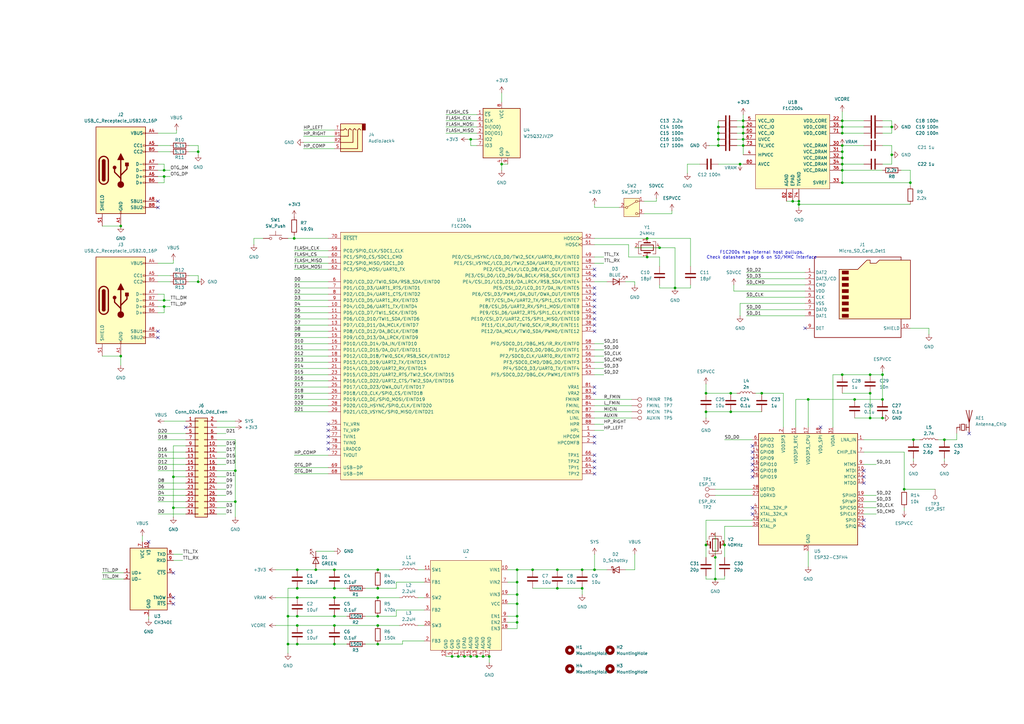
<source format=kicad_sch>
(kicad_sch (version 20231120) (generator "eeschema") (generator_version "8.0")
  (paper "A3")
  (title_block (title "Radianite MicroNeo 2") (date "2024-11-29"))
  (junction (at 81.28 62.23))
  (junction (at 361.95 171.45))
  (junction (at 345.44 62.23))
  (junction (at 212.09 238.76))
  (junction (at 137.16 245.11))
  (junction (at 345.44 59.69))
  (junction (at 327.66 83.82))
  (junction (at 205.74 67.31))
  (junction (at 121.92 241.3))
  (junction (at 137.16 256.54))
  (junction (at 299.72 168.91))
  (junction (at 212.09 255.27))
  (junction (at 303.53 67.31))
  (junction (at 304.8 57.15))
  (junction (at 345.44 74.93))
  (junction (at 212.09 252.73))
  (junction (at 49.53 92.71))
  (junction (at 212.09 247.65))
  (junction (at 190.5 269.24))
  (junction (at 289.56 161.29))
  (junction (at 118.11 264.16))
  (junction (at 185.42 269.24))
  (junction (at 154.94 233.68))
  (junction (at 137.16 233.68))
  (junction (at 289.56 168.91))
  (junction (at 345.44 52.07))
  (junction (at 218.44 233.68))
  (junction (at 228.6 241.3))
  (junction (at 228.6 233.68))
  (junction (at 374.65 180.34))
  (junction (at 312.42 161.29))
  (junction (at 365.76 52.07))
  (junction (at 345.44 153.67))
  (junction (at 121.92 264.16))
  (junction (at 200.66 269.24))
  (junction (at 331.47 163.83))
  (junction (at 195.58 269.24))
  (junction (at 327.66 82.55))
  (junction (at 198.12 269.24))
  (junction (at 345.44 64.77))
  (junction (at 49.53 146.05))
  (junction (at 121.92 233.68))
  (junction (at 356.87 153.67))
  (junction (at 304.8 54.61))
  (junction (at 137.16 252.73))
  (junction (at 350.52 163.83))
  (junction (at 193.04 269.24))
  (junction (at 154.94 252.73))
  (junction (at 297.18 223.52))
  (junction (at 276.86 118.11))
  (junction (at 356.87 161.29))
  (junction (at 345.44 49.53))
  (junction (at 293.37 237.49))
  (junction (at 294.64 52.07))
  (junction (at 121.92 252.73))
  (junction (at 121.92 256.54))
  (junction (at 154.94 264.16))
  (junction (at 212.09 243.84))
  (junction (at 356.87 171.45))
  (junction (at 361.95 163.83))
  (junction (at 373.38 74.93))
  (junction (at 238.76 241.3))
  (junction (at 154.94 241.3))
  (junction (at 71.12 195.58))
  (junction (at 193.04 57.15))
  (junction (at 129.54 233.68))
  (junction (at 265.43 105.41))
  (junction (at 304.8 59.69))
  (junction (at 67.31 69.85))
  (junction (at 154.94 245.11))
  (junction (at 137.16 264.16))
  (junction (at 370.84 200.66))
  (junction (at 121.92 245.11))
  (junction (at 212.09 233.68))
  (junction (at 120.65 97.79))
  (junction (at 270.51 101.6))
  (junction (at 118.11 252.73))
  (junction (at 187.96 269.24))
  (junction (at 67.31 72.39))
  (junction (at 365.76 63.5))
  (junction (at 294.64 59.69))
  (junction (at 96.52 193.04))
  (junction (at 154.94 256.54))
  (junction (at 67.31 125.73))
  (junction (at 345.44 69.85))
  (junction (at 325.12 82.55))
  (junction (at 293.37 228.6))
  (junction (at 96.52 205.74))
  (junction (at 243.84 233.68))
  (junction (at 387.35 180.34))
  (junction (at 81.28 115.57))
  (junction (at 71.12 208.28))
  (junction (at 137.16 241.3))
  (junction (at 299.72 161.29))
  (junction (at 265.43 97.79))
  (junction (at 304.8 49.53))
  (junction (at 304.8 52.07))
  (junction (at 345.44 54.61))
  (junction (at 289.56 223.52))
  (junction (at 345.44 67.31))
  (junction (at 294.64 54.61))
  (junction (at 67.31 123.19))
  (junction (at 294.64 57.15))
  (junction (at 238.76 233.68))
  (junction (at 361.95 153.67))
  (no_connect (at 243.84 110.49))
  (no_connect (at 243.84 133.35))
  (no_connect (at 354.33 195.58))
  (no_connect (at 71.12 234.95))
  (no_connect (at 308.61 182.88))
  (no_connect (at 336.55 175.26))
  (no_connect (at 308.61 187.96))
  (no_connect (at 397.51 177.8))
  (no_connect (at 71.12 247.65))
  (no_connect (at 243.84 194.31))
  (no_connect (at 354.33 215.9))
  (no_connect (at 243.84 135.89))
  (no_connect (at 243.84 161.29))
  (no_connect (at 60.96 222.25))
  (no_connect (at 243.84 128.27))
  (no_connect (at 243.84 130.81))
  (no_connect (at 134.62 181.61))
  (no_connect (at 243.84 186.69))
  (no_connect (at 308.61 195.58))
  (no_connect (at 134.62 184.15))
  (no_connect (at 354.33 198.12))
  (no_connect (at 354.33 213.36))
  (no_connect (at 243.84 158.75))
  (no_connect (at 243.84 191.77))
  (no_connect (at 76.2 175.26))
  (no_connect (at 243.84 125.73))
  (no_connect (at 71.12 245.11))
  (no_connect (at 243.84 181.61))
  (no_connect (at 308.61 185.42))
  (no_connect (at 243.84 120.65))
  (no_connect (at 308.61 210.82))
  (no_connect (at 308.61 193.04))
  (no_connect (at 134.62 179.07))
  (no_connect (at 308.61 190.5))
  (no_connect (at 64.77 135.89))
  (no_connect (at 243.84 179.07))
  (no_connect (at 354.33 193.04))
  (no_connect (at 64.77 82.55))
  (no_connect (at 64.77 138.43))
  (no_connect (at 243.84 113.03))
  (no_connect (at 243.84 123.19))
  (no_connect (at 134.62 173.99))
  (no_connect (at 243.84 118.11))
  (no_connect (at 308.61 208.28))
  (no_connect (at 243.84 189.23))
  (no_connect (at 64.77 85.09))
  (no_connect (at 134.62 176.53))
  (no_connect (at 330.2 134.62))
  (wire (pts (xy 373.38 134.62) (xy 381 134.62)))
  (wire (pts (xy 149.86 241.3) (xy 154.94 241.3)))
  (wire (pts (xy 120.65 148.59) (xy 134.62 148.59)))
  (wire (pts (xy 41.91 234.95) (xy 50.8 234.95)))
  (wire (pts (xy 121.92 252.73) (xy 137.16 252.73)))
  (wire (pts (xy 81.28 113.03) (xy 81.28 115.57)))
  (wire (pts (xy 327.66 83.82) (xy 373.38 83.82)))
  (wire (pts (xy 243.84 227.33) (xy 243.84 233.68)))
  (wire (pts (xy 104.14 97.79) (xy 107.95 97.79)))
  (wire (pts (xy 297.18 237.49) (xy 293.37 237.49)))
  (wire (pts (xy 289.56 213.36) (xy 308.61 213.36)))
  (wire (pts (xy 191.77 57.15) (xy 193.04 57.15)))
  (wire (pts (xy 96.52 205.74) (xy 96.52 212.09)))
  (wire (pts (xy 118.11 252.73) (xy 118.11 264.16)))
  (wire (pts (xy 302.26 161.29) (xy 299.72 161.29)))
  (wire (pts (xy 345.44 52.07) (xy 354.33 52.07)))
  (wire (pts (xy 64.77 180.34) (xy 76.2 180.34)))
  (wire (pts (xy 71.12 106.68) (xy 71.12 107.95)))
  (wire (pts (xy 212.09 238.76) (xy 212.09 243.84)))
  (wire (pts (xy 71.12 227.33) (xy 74.93 227.33)))
  (wire (pts (xy 302.26 49.53) (xy 304.8 49.53)))
  (wire (pts (xy 243.84 153.67) (xy 247.65 153.67)))
  (wire (pts (xy 88.9 198.12) (xy 92.71 198.12)))
  (wire (pts (xy 260.35 116.84) (xy 260.35 115.57)))
  (wire (pts (xy 302.26 54.61) (xy 304.8 54.61)))
  (wire (pts (xy 345.44 67.31) (xy 354.33 67.31)))
  (wire (pts (xy 321.31 161.29) (xy 312.42 161.29)))
  (wire (pts (xy 341.63 175.26) (xy 341.63 153.67)))
  (wire (pts (xy 154.94 245.11) (xy 163.83 245.11)))
  (wire (pts (xy 212.09 257.81) (xy 212.09 255.27)))
  (wire (pts (xy 374.65 180.34) (xy 377.19 180.34)))
  (wire (pts (xy 120.65 115.57) (xy 134.62 115.57)))
  (wire (pts (xy 264.16 87.63) (xy 275.59 87.63)))
  (wire (pts (xy 243.84 100.33) (xy 257.81 100.33)))
  (wire (pts (xy 154.94 233.68) (xy 163.83 233.68)))
  (wire (pts (xy 208.28 247.65) (xy 212.09 247.65)))
  (wire (pts (xy 64.77 200.66) (xy 76.2 200.66)))
  (wire (pts (xy 120.65 125.73) (xy 134.62 125.73)))
  (wire (pts (xy 218.44 241.3) (xy 228.6 241.3)))
  (wire (pts (xy 173.99 262.89) (xy 165.1 262.89)))
  (wire (pts (xy 345.44 49.53) (xy 354.33 49.53)))
  (wire (pts (xy 129.54 226.06) (xy 137.16 226.06)))
  (wire (pts (xy 64.77 193.04) (xy 76.2 193.04)))
  (wire (pts (xy 200.66 269.24) (xy 200.66 271.78)))
  (wire (pts (xy 243.84 166.37) (xy 259.08 166.37)))
  (wire (pts (xy 88.9 172.72) (xy 96.52 172.72)))
  (wire (pts (xy 120.65 151.13) (xy 134.62 151.13)))
  (wire (pts (xy 171.45 256.54) (xy 173.99 256.54)))
  (wire (pts (xy 365.76 63.5) (xy 365.76 67.31)))
  (wire (pts (xy 293.37 200.66) (xy 308.61 200.66)))
  (wire (pts (xy 195.58 59.69) (xy 193.04 59.69)))
  (wire (pts (xy 120.65 105.41) (xy 134.62 105.41)))
  (wire (pts (xy 303.53 124.46) (xy 303.53 129.54)))
  (wire (pts (xy 198.12 269.24) (xy 200.66 269.24)))
  (wire (pts (xy 64.77 120.65) (xy 67.31 120.65)))
  (wire (pts (xy 243.84 233.68) (xy 248.92 233.68)))
  (wire (pts (xy 243.84 148.59) (xy 247.65 148.59)))
  (wire (pts (xy 137.16 256.54) (xy 154.94 256.54)))
  (wire (pts (xy 341.63 153.67) (xy 345.44 153.67)))
  (wire (pts (xy 137.16 241.3) (xy 142.24 241.3)))
  (wire (pts (xy 64.77 198.12) (xy 76.2 198.12)))
  (wire (pts (xy 67.31 69.85) (xy 69.85 69.85)))
  (wire (pts (xy 243.84 97.79) (xy 265.43 97.79)))
  (wire (pts (xy 354.33 210.82) (xy 359.41 210.82)))
  (wire (pts (xy 289.56 168.91) (xy 289.56 171.45)))
  (wire (pts (xy 121.92 256.54) (xy 137.16 256.54)))
  (wire (pts (xy 121.92 241.3) (xy 118.11 241.3)))
  (wire (pts (xy 306.07 114.3) (xy 330.2 114.3)))
  (wire (pts (xy 60.96 252.73) (xy 60.96 254)))
  (wire (pts (xy 120.65 97.79) (xy 134.62 97.79)))
  (wire (pts (xy 120.65 102.87) (xy 134.62 102.87)))
  (wire (pts (xy 327.66 82.55) (xy 327.66 83.82)))
  (wire (pts (xy 208.28 252.73) (xy 212.09 252.73)))
  (wire (pts (xy 81.28 59.69) (xy 77.47 59.69)))
  (wire (pts (xy 302.26 57.15) (xy 304.8 57.15)))
  (wire (pts (xy 121.92 264.16) (xy 137.16 264.16)))
  (wire (pts (xy 64.77 187.96) (xy 76.2 187.96)))
  (wire (pts (xy 71.12 195.58) (xy 76.2 195.58)))
  (wire (pts (xy 71.12 107.95) (xy 64.77 107.95)))
  (wire (pts (xy 88.9 208.28) (xy 92.71 208.28)))
  (wire (pts (xy 243.84 115.57) (xy 248.92 115.57)))
  (wire (pts (xy 162.56 241.3) (xy 162.56 238.76)))
  (wire (pts (xy 120.65 118.11) (xy 134.62 118.11)))
  (wire (pts (xy 297.18 236.22) (xy 297.18 237.49)))
  (wire (pts (xy 67.31 67.31) (xy 67.31 69.85)))
  (wire (pts (xy 365.76 49.53) (xy 365.76 52.07)))
  (wire (pts (xy 120.65 156.21) (xy 134.62 156.21)))
  (wire (pts (xy 345.44 74.93) (xy 373.38 74.93)))
  (wire (pts (xy 96.52 193.04) (xy 96.52 205.74)))
  (wire (pts (xy 361.95 153.67) (xy 361.95 152.4)))
  (wire (pts (xy 208.28 233.68) (xy 212.09 233.68)))
  (wire (pts (xy 289.56 223.52) (xy 289.56 228.6)))
  (wire (pts (xy 41.91 146.05) (xy 49.53 146.05)))
  (wire (pts (xy 322.58 82.55) (xy 325.12 82.55)))
  (wire (pts (xy 331.47 163.83) (xy 350.52 163.83)))
  (wire (pts (xy 120.65 158.75) (xy 134.62 158.75)))
  (wire (pts (xy 303.53 67.31) (xy 304.8 67.31)))
  (wire (pts (xy 354.33 208.28) (xy 359.41 208.28)))
  (wire (pts (xy 365.76 63.5) (xy 365.76 59.69)))
  (wire (pts (xy 124.46 55.88) (xy 137.16 55.88)))
  (wire (pts (xy 290.83 59.69) (xy 294.64 59.69)))
  (wire (pts (xy 243.84 163.83) (xy 259.08 163.83)))
  (wire (pts (xy 64.77 177.8) (xy 76.2 177.8)))
  (wire (pts (xy 124.46 58.42) (xy 137.16 58.42)))
  (wire (pts (xy 104.14 97.79) (xy 104.14 100.33)))
  (wire (pts (xy 294.64 54.61) (xy 294.64 57.15)))
  (wire (pts (xy 289.56 223.52) (xy 289.56 213.36)))
  (wire (pts (xy 190.5 269.24) (xy 193.04 269.24)))
  (wire (pts (xy 294.64 49.53) (xy 294.64 52.07)))
  (wire (pts (xy 270.51 101.6) (xy 260.35 101.6)))
  (wire (pts (xy 270.51 105.41) (xy 265.43 105.41)))
  (wire (pts (xy 121.92 264.16) (xy 118.11 264.16)))
  (wire (pts (xy 354.33 180.34) (xy 374.65 180.34)))
  (wire (pts (xy 373.38 69.85) (xy 373.38 74.93)))
  (wire (pts (xy 312.42 161.29) (xy 309.88 161.29)))
  (wire (pts (xy 297.18 180.34) (xy 308.61 180.34)))
  (wire (pts (xy 257.81 105.41) (xy 265.43 105.41)))
  (wire (pts (xy 124.46 53.34) (xy 137.16 53.34)))
  (wire (pts (xy 58.42 219.71) (xy 58.42 222.25)))
  (wire (pts (xy 88.9 175.26) (xy 96.52 175.26)))
  (wire (pts (xy 308.61 215.9) (xy 297.18 215.9)))
  (wire (pts (xy 265.43 97.79) (xy 283.21 97.79)))
  (wire (pts (xy 304.8 49.53) (xy 304.8 52.07)))
  (wire (pts (xy 283.21 116.84) (xy 283.21 118.11)))
  (wire (pts (xy 297.18 223.52) (xy 297.18 228.6)))
  (wire (pts (xy 384.81 180.34) (xy 387.35 180.34)))
  (wire (pts (xy 392.43 177.8) (xy 392.43 180.34)))
  (wire (pts (xy 67.31 172.72) (xy 76.2 172.72)))
  (wire (pts (xy 124.46 60.96) (xy 137.16 60.96)))
  (wire (pts (xy 345.44 54.61) (xy 354.33 54.61)))
  (wire (pts (xy 88.9 205.74) (xy 96.52 205.74)))
  (wire (pts (xy 171.45 245.11) (xy 173.99 245.11)))
  (wire (pts (xy 218.44 233.68) (xy 228.6 233.68)))
  (wire (pts (xy 345.44 153.67) (xy 356.87 153.67)))
  (wire (pts (xy 64.77 67.31) (xy 67.31 67.31)))
  (wire (pts (xy 120.65 161.29) (xy 134.62 161.29)))
  (wire (pts (xy 129.54 233.68) (xy 137.16 233.68)))
  (wire (pts (xy 354.33 190.5) (xy 359.41 190.5)))
  (wire (pts (xy 120.65 163.83) (xy 134.62 163.83)))
  (wire (pts (xy 120.65 138.43) (xy 134.62 138.43)))
  (wire (pts (xy 88.9 203.2) (xy 92.71 203.2)))
  (wire (pts (xy 88.9 187.96) (xy 92.71 187.96)))
  (wire (pts (xy 171.45 233.68) (xy 173.99 233.68)))
  (wire (pts (xy 67.31 128.27) (xy 64.77 128.27)))
  (wire (pts (xy 299.72 168.91) (xy 312.42 168.91)))
  (wire (pts (xy 365.76 67.31) (xy 361.95 67.31)))
  (wire (pts (xy 77.47 113.03) (xy 81.28 113.03)))
  (wire (pts (xy 289.56 168.91) (xy 299.72 168.91)))
  (wire (pts (xy 208.28 243.84) (xy 212.09 243.84)))
  (wire (pts (xy 269.24 82.55) (xy 264.16 82.55)))
  (wire (pts (xy 154.94 241.3) (xy 162.56 241.3)))
  (wire (pts (xy 187.96 269.24) (xy 190.5 269.24)))
  (wire (pts (xy 120.65 133.35) (xy 134.62 133.35)))
  (wire (pts (xy 182.88 49.53) (xy 195.58 49.53)))
  (wire (pts (xy 392.43 180.34) (xy 387.35 180.34)))
  (wire (pts (xy 294.64 52.07) (xy 294.64 54.61)))
  (wire (pts (xy 373.38 74.93) (xy 373.38 76.2)))
  (wire (pts (xy 281.94 67.31) (xy 281.94 71.12)))
  (wire (pts (xy 369.57 69.85) (xy 373.38 69.85)))
  (wire (pts (xy 81.28 62.23) (xy 81.28 63.5)))
  (wire (pts (xy 88.9 200.66) (xy 92.71 200.66)))
  (wire (pts (xy 120.65 194.31) (xy 134.62 194.31)))
  (wire (pts (xy 64.77 69.85) (xy 67.31 69.85)))
  (wire (pts (xy 306.07 111.76) (xy 330.2 111.76)))
  (wire (pts (xy 276.86 101.6) (xy 270.51 101.6)))
  (wire (pts (xy 306.07 121.92) (xy 330.2 121.92)))
  (wire (pts (xy 182.88 54.61) (xy 195.58 54.61)))
  (wire (pts (xy 304.8 46.99) (xy 304.8 49.53)))
  (wire (pts (xy 365.76 52.07) (xy 365.76 54.61)))
  (wire (pts (xy 345.44 64.77) (xy 345.44 67.31)))
  (wire (pts (xy 294.64 67.31) (xy 303.53 67.31)))
  (wire (pts (xy 331.47 163.83) (xy 331.47 175.26)))
  (wire (pts (xy 212.09 247.65) (xy 212.09 243.84)))
  (wire (pts (xy 212.09 252.73) (xy 212.09 247.65)))
  (wire (pts (xy 387.35 187.96) (xy 387.35 189.23)))
  (wire (pts (xy 120.65 123.19) (xy 134.62 123.19)))
  (wire (pts (xy 81.28 62.23) (xy 81.28 59.69)))
  (wire (pts (xy 149.86 252.73) (xy 154.94 252.73)))
  (wire (pts (xy 331.47 226.06) (xy 331.47 232.41)))
  (wire (pts (xy 120.65 140.97) (xy 134.62 140.97)))
  (wire (pts (xy 361.95 52.07) (xy 365.76 52.07)))
  (wire (pts (xy 88.9 193.04) (xy 96.52 193.04)))
  (wire (pts (xy 243.84 143.51) (xy 247.65 143.51)))
  (wire (pts (xy 287.02 67.31) (xy 281.94 67.31)))
  (wire (pts (xy 354.33 203.2) (xy 359.41 203.2)))
  (wire (pts (xy 120.65 191.77) (xy 134.62 191.77)))
  (wire (pts (xy 64.77 205.74) (xy 76.2 205.74)))
  (wire (pts (xy 120.65 146.05) (xy 134.62 146.05)))
  (wire (pts (xy 208.28 238.76) (xy 212.09 238.76)))
  (wire (pts (xy 208.28 255.27) (xy 212.09 255.27)))
  (wire (pts (xy 260.35 233.68) (xy 256.54 233.68)))
  (wire (pts (xy 361.95 153.67) (xy 361.95 163.83)))
  (wire (pts (xy 275.59 86.36) (xy 275.59 87.63)))
  (wire (pts (xy 88.9 190.5) (xy 92.71 190.5)))
  (wire (pts (xy 356.87 153.67) (xy 361.95 153.67)))
  (wire (pts (xy 113.03 256.54) (xy 121.92 256.54)))
  (wire (pts (xy 113.03 245.11) (xy 121.92 245.11)))
  (wire (pts (xy 41.91 237.49) (xy 50.8 237.49)))
  (wire (pts (xy 120.65 153.67) (xy 134.62 153.67)))
  (wire (pts (xy 67.31 72.39) (xy 67.31 74.93)))
  (wire (pts (xy 345.44 45.72) (xy 345.44 49.53)))
  (wire (pts (xy 350.52 171.45) (xy 356.87 171.45)))
  (wire (pts (xy 113.03 233.68) (xy 121.92 233.68)))
  (wire (pts (xy 208.28 257.81) (xy 212.09 257.81)))
  (wire (pts (xy 243.84 105.41) (xy 247.65 105.41)))
  (wire (pts (xy 228.6 241.3) (xy 238.76 241.3)))
  (wire (pts (xy 304.8 52.07) (xy 304.8 54.61)))
  (wire (pts (xy 118.11 241.3) (xy 118.11 252.73)))
  (wire (pts (xy 306.07 127) (xy 330.2 127)))
  (wire (pts (xy 193.04 269.24) (xy 195.58 269.24)))
  (wire (pts (xy 345.44 52.07) (xy 345.44 54.61)))
  (wire (pts (xy 350.52 163.83) (xy 361.95 163.83)))
  (wire (pts (xy 120.65 128.27) (xy 134.62 128.27)))
  (wire (pts (xy 243.84 176.53) (xy 247.65 176.53)))
  (wire (pts (xy 120.65 110.49) (xy 134.62 110.49)))
  (wire (pts (xy 77.47 115.57) (xy 81.28 115.57)))
  (wire (pts (xy 88.9 195.58) (xy 92.71 195.58)))
  (wire (pts (xy 71.12 182.88) (xy 76.2 182.88)))
  (wire (pts (xy 345.44 69.85) (xy 345.44 74.93)))
  (wire (pts (xy 137.16 233.68) (xy 154.94 233.68)))
  (wire (pts (xy 71.12 195.58) (xy 71.12 182.88)))
  (wire (pts (xy 64.77 62.23) (xy 69.85 62.23)))
  (wire (pts (xy 49.53 146.05) (xy 49.53 149.86)))
  (wire (pts (xy 243.84 140.97) (xy 247.65 140.97)))
  (wire (pts (xy 41.91 92.71) (xy 49.53 92.71)))
  (wire (pts (xy 88.9 180.34) (xy 96.52 180.34)))
  (wire (pts (xy 243.84 151.13) (xy 247.65 151.13)))
  (wire (pts (xy 67.31 74.93) (xy 64.77 74.93)))
  (wire (pts (xy 370.84 200.66) (xy 383.54 200.66)))
  (wire (pts (xy 270.51 118.11) (xy 276.86 118.11)))
  (wire (pts (xy 345.44 59.69) (xy 345.44 62.23)))
  (wire (pts (xy 64.77 115.57) (xy 69.85 115.57)))
  (wire (pts (xy 120.65 120.65) (xy 134.62 120.65)))
  (wire (pts (xy 182.88 52.07) (xy 195.58 52.07)))
  (wire (pts (xy 361.95 49.53) (xy 365.76 49.53)))
  (wire (pts (xy 238.76 241.3) (xy 238.76 243.84)))
  (wire (pts (xy 67.31 72.39) (xy 69.85 72.39)))
  (wire (pts (xy 294.64 57.15) (xy 294.64 59.69)))
  (wire (pts (xy 71.12 212.09) (xy 71.12 208.28)))
  (wire (pts (xy 121.92 233.68) (xy 129.54 233.68)))
  (wire (pts (xy 121.92 241.3) (xy 137.16 241.3)))
  (wire (pts (xy 293.37 218.44) (xy 293.37 228.6)))
  (wire (pts (xy 67.31 123.19) (xy 69.85 123.19)))
  (wire (pts (xy 300.99 119.38) (xy 330.2 119.38)))
  (wire (pts (xy 120.65 135.89) (xy 134.62 135.89)))
  (wire (pts (xy 243.84 173.99) (xy 247.65 173.99)))
  (wire (pts (xy 120.65 143.51) (xy 134.62 143.51)))
  (wire (pts (xy 257.81 100.33) (xy 257.81 105.41)))
  (wire (pts (xy 260.35 115.57) (xy 256.54 115.57)))
  (wire (pts (xy 64.77 185.42) (xy 76.2 185.42)))
  (wire (pts (xy 88.9 210.82) (xy 92.71 210.82)))
  (wire (pts (xy 304.8 54.61) (xy 304.8 57.15)))
  (wire (pts (xy 64.77 54.61) (xy 72.39 54.61)))
  (wire (pts (xy 345.44 49.53) (xy 345.44 52.07)))
  (wire (pts (xy 64.77 72.39) (xy 67.31 72.39)))
  (wire (pts (xy 120.65 186.69) (xy 134.62 186.69)))
  (wire (pts (xy 88.9 185.42) (xy 92.71 185.42)))
  (wire (pts (xy 345.44 161.29) (xy 356.87 161.29)))
  (wire (pts (xy 77.47 62.23) (xy 81.28 62.23)))
  (wire (pts (xy 120.65 130.81) (xy 134.62 130.81)))
  (wire (pts (xy 212.09 255.27) (xy 212.09 252.73)))
  (wire (pts (xy 165.1 262.89) (xy 165.1 264.16)))
  (wire (pts (xy 205.74 38.1) (xy 205.74 41.91)))
  (wire (pts (xy 165.1 264.16) (xy 154.94 264.16)))
  (wire (pts (xy 260.35 227.33) (xy 260.35 233.68)))
  (wire (pts (xy 243.84 107.95) (xy 247.65 107.95)))
  (wire (pts (xy 162.56 252.73) (xy 162.56 250.19)))
  (wire (pts (xy 345.44 62.23) (xy 345.44 64.77)))
  (wire (pts (xy 195.58 269.24) (xy 198.12 269.24)))
  (wire (pts (xy 120.65 96.52) (xy 120.65 97.79)))
  (wire (pts (xy 185.42 269.24) (xy 187.96 269.24)))
  (wire (pts (xy 64.77 210.82) (xy 76.2 210.82)))
  (wire (pts (xy 182.88 269.24) (xy 185.42 269.24)))
  (wire (pts (xy 304.8 59.69) (xy 304.8 63.5)))
  (wire (pts (xy 64.77 190.5) (xy 76.2 190.5)))
  (wire (pts (xy 193.04 59.69) (xy 193.04 57.15)))
  (wire (pts (xy 326.39 175.26) (xy 326.39 163.83)))
  (wire (pts (xy 300.99 116.84) (xy 300.99 119.38)))
  (wire (pts (xy 71.12 208.28) (xy 76.2 208.28)))
  (wire (pts (xy 212.09 233.68) (xy 212.09 238.76)))
  (wire (pts (xy 325.12 82.55) (xy 327.66 82.55)))
  (wire (pts (xy 67.31 125.73) (xy 69.85 125.73)))
  (wire (pts (xy 243.84 146.05) (xy 247.65 146.05)))
  (wire (pts (xy 381 134.62) (xy 381 137.16)))
  (wire (pts (xy 299.72 161.29) (xy 289.56 161.29)))
  (wire (pts (xy 297.18 215.9) (xy 297.18 223.52)))
  (wire (pts (xy 96.52 180.34) (xy 96.52 193.04)))
  (wire (pts (xy 365.76 59.69) (xy 361.95 59.69)))
  (wire (pts (xy 205.74 67.31) (xy 208.28 67.31)))
  (wire (pts (xy 88.9 177.8) (xy 92.71 177.8)))
  (wire (pts (xy 304.8 57.15) (xy 304.8 59.69)))
  (wire (pts (xy 193.04 57.15) (xy 195.58 57.15)))
  (wire (pts (xy 238.76 233.68) (xy 243.84 233.68)))
  (wire (pts (xy 327.66 83.82) (xy 327.66 85.09)))
  (wire (pts (xy 64.77 203.2) (xy 76.2 203.2)))
  (wire (pts (xy 120.65 166.37) (xy 134.62 166.37)))
  (wire (pts (xy 72.39 54.61) (xy 72.39 53.34)))
  (wire (pts (xy 154.94 256.54) (xy 163.83 256.54)))
  (wire (pts (xy 67.31 125.73) (xy 67.31 128.27)))
  (wire (pts (xy 356.87 171.45) (xy 361.95 171.45)))
  (wire (pts (xy 182.88 46.99) (xy 195.58 46.99)))
  (wire (pts (xy 64.77 125.73) (xy 67.31 125.73)))
  (wire (pts (xy 149.86 264.16) (xy 154.94 264.16)))
  (wire (pts (xy 120.65 168.91) (xy 134.62 168.91)))
  (wire (pts (xy 137.16 264.16) (xy 142.24 264.16)))
  (wire (pts (xy 71.12 229.87) (xy 74.93 229.87)))
  (wire (pts (xy 205.74 67.31) (xy 205.74 69.85)))
  (wire (pts (xy 283.21 118.11) (xy 276.86 118.11)))
  (wire (pts (xy 212.09 233.68) (xy 218.44 233.68)))
  (wire (pts (xy 345.44 69.85) (xy 361.95 69.85)))
  (wire (pts (xy 118.11 264.16) (xy 118.11 267.97)))
  (wire (pts (xy 370.84 208.28) (xy 370.84 209.55)))
  (wire (pts (xy 64.77 123.19) (xy 67.31 123.19)))
  (wire (pts (xy 64.77 113.03) (xy 69.85 113.03)))
  (wire (pts (xy 162.56 238.76) (xy 173.99 238.76)))
  (wire (pts (xy 64.77 59.69) (xy 69.85 59.69)))
  (wire (pts (xy 137.16 245.11) (xy 154.94 245.11)))
  (wire (pts (xy 306.07 129.54) (xy 330.2 129.54)))
  (wire (pts (xy 118.11 97.79) (xy 120.65 97.79)))
  (wire (pts (xy 71.12 208.28) (xy 71.12 195.58)))
  (wire (pts (xy 306.07 116.84) (xy 330.2 116.84)))
  (wire (pts (xy 345.44 67.31) (xy 345.44 69.85)))
  (wire (pts (xy 121.92 245.11) (xy 137.16 245.11)))
  (wire (pts (xy 321.31 175.26) (xy 321.31 161.29)))
  (wire (pts (xy 137.16 252.73) (xy 142.24 252.73)))
  (wire (pts (xy 289.56 236.22) (xy 289.56 237.49)))
  (wire (pts (xy 370.84 200.66) (xy 370.84 185.42)))
  (wire (pts (xy 243.84 171.45) (xy 259.08 171.45)))
  (wire (pts (xy 289.56 157.48) (xy 289.56 161.29)))
  (wire (pts (xy 374.65 187.96) (xy 374.65 189.23)))
  (wire (pts (xy 303.53 124.46) (xy 330.2 124.46)))
  (wire (pts (xy 293.37 203.2) (xy 308.61 203.2)))
  (wire (pts (xy 154.94 252.73) (xy 162.56 252.73)))
  (wire (pts (xy 365.76 54.61) (xy 361.95 54.61)))
  (wire (pts (xy 302.26 52.07) (xy 304.8 52.07)))
  (wire (pts (xy 243.84 83.82) (xy 243.84 85.09)))
  (wire (pts (xy 269.24 81.28) (xy 269.24 82.55)))
  (wire (pts (xy 88.9 182.88) (xy 92.71 182.88)))
  (wire (pts (xy 162.56 250.19) (xy 173.99 250.19)))
  (wire (pts (xy 356.87 161.29) (xy 356.87 171.45)))
  (wire (pts (xy 302.26 59.69) (xy 304.8 59.69)))
  (wire (pts (xy 270.51 116.84) (xy 270.51 118.11)))
  (wire (pts (xy 270.51 109.22) (xy 270.51 105.41)))
  (wire (pts (xy 293.37 228.6) (xy 293.37 237.49)))
  (wire (pts (xy 276.86 118.11) (xy 276.86 101.6)))
  (wire (pts (xy 243.84 168.91) (xy 259.08 168.91)))
  (wire (pts (xy 228.6 233.68) (xy 238.76 233.68)))
  (wire (pts (xy 120.65 107.95) (xy 134.62 107.95)))
  (wire (pts (xy 243.84 85.09) (xy 254 85.09)))
  (wire (pts (xy 345.44 59.69) (xy 354.33 59.69)))
  (wire (pts (xy 289.56 237.49) (xy 293.37 237.49)))
  (wire (pts (xy 354.33 205.74) (xy 359.41 205.74)))
  (wire (pts (xy 283.21 97.79) (xy 283.21 109.22)))
  (wire (pts (xy 121.92 252.73) (xy 118.11 252.73)))
  (wire (pts (xy 67.31 120.65) (xy 67.31 123.19)))
  (wire (pts (xy 326.39 163.83) (xy 331.47 163.83)))
  (wire (pts (xy 370.84 185.42) (xy 354.33 185.42)))
  (text "F1C200s has internal host pullups.\nCheck datasheet page 6 on SD/MMC interface" (at 312.42 104.648 0) (effects (font (size 1.27 1.27))))
  (label "FLASH_MISO" (at 182.88 54.61 0))
  (label "D13" (at 120.65 148.59 0))
  (label "D10" (at 64.77 193.04 0))
  (label "SD_CMD" (at 306.07 116.84 0))
  (label "D7" (at 120.65 133.35 0))
  (label "HP_RIGHT" (at 247.65 173.99 0))
  (label "HP_LEFT" (at 124.46 53.34 0))
  (label "D18" (at 120.65 161.29 0))
  (label "FLASH_MOSI" (at 120.65 110.49 0))
  (label "SD_D0" (at 306.07 127 0))
  (label "SD_D1" (at 247.65 140.97 0))
  (label "D20" (at 64.77 177.8 0))
  (label "TTL_DP" (at 69.85 125.73 0))
  (label "D19" (at 120.65 163.83 0))
  (label "D7" (at 92.71 200.66 0))
  (label "MICIN" (at 247.65 168.91 0))
  (label "D18" (at 64.77 180.34 0))
  (label "FLASH_CLK" (at 182.88 49.53 0))
  (label "D13" (at 92.71 190.5 0))
  (label "SD_D3" (at 247.65 151.13 0))
  (label "D17" (at 92.71 185.42 0))
  (label "SD_D1" (at 306.07 129.54 0))
  (label "SD_D2" (at 247.65 153.67 0))
  (label "D8" (at 120.65 135.89 0))
  (label "OTG_DP" (at 69.85 72.39 0))
  (label "SD_D1" (at 359.41 190.5 0))
  (label "TTL_RX" (at 74.93 229.87 0))
  (label "HP_RIGHT" (at 124.46 55.88 0))
  (label "D9" (at 92.71 198.12 0))
  (label "D0" (at 120.65 115.57 0))
  (label "HP_COMP" (at 120.65 186.69 0))
  (label "TTL_TX" (at 247.65 105.41 0))
  (label "D21" (at 92.71 177.8 0))
  (label "OTG_DP" (at 120.65 191.77 0))
  (label "D20" (at 120.65 166.37 0))
  (label "HP_LEFT" (at 247.65 176.53 0))
  (label "D15" (at 92.71 187.96 0))
  (label "FLASH_CLK" (at 120.65 102.87 0))
  (label "TTL_RX" (at 247.65 107.95 0))
  (label "D15" (at 120.65 153.67 0))
  (label "D5" (at 92.71 203.2 0))
  (label "FLASH_MISO" (at 120.65 107.95 0))
  (label "FLASH_CS" (at 120.65 105.41 0))
  (label "SD_CLK" (at 247.65 146.05 0))
  (label "SD_CMD" (at 359.41 210.82 0))
  (label "TTL_TX" (at 74.93 227.33 0))
  (label "HP_COMP" (at 124.46 60.96 0))
  (label "SD_CMD" (at 247.65 148.59 0))
  (label "TTL_DM" (at 41.91 237.49 0))
  (label "D4" (at 64.77 203.2 0))
  (label "TTL_DM" (at 69.85 123.19 0))
  (label "D14" (at 64.77 187.96 0))
  (label "FLASH_MOSI" (at 182.88 52.07 0))
  (label "SD_D0" (at 247.65 143.51 0))
  (label "D8" (at 64.77 198.12 0))
  (label "SD_D3" (at 306.07 114.3 0))
  (label "D14" (at 120.65 151.13 0))
  (label "D21" (at 120.65 168.91 0))
  (label "OTG_DM" (at 69.85 69.85 0))
  (label "SD_D0" (at 297.18 180.34 0))
  (label "SD_D2" (at 359.41 203.2 0))
  (label "D6" (at 120.65 130.81 0))
  (label "D5" (at 120.65 128.27 0))
  (label "D12" (at 120.65 146.05 0))
  (label "SD_CLK" (at 306.07 121.92 0))
  (label "D17" (at 120.65 158.75 0))
  (label "R_FMIN" (at 247.65 163.83 0))
  (label "L_FMIN" (at 247.65 166.37 0))
  (label "D19" (at 92.71 182.88 0))
  (label "SD_D2" (at 306.07 111.76 0))
  (label "D12" (at 64.77 190.5 0))
  (label "FLASH_CS" (at 182.88 46.99 0))
  (label "OTG_DM" (at 120.65 194.31 0))
  (label "D4" (at 120.65 125.73 0))
  (label "D2" (at 64.77 205.74 0))
  (label "D10" (at 120.65 140.97 0))
  (label "D11" (at 92.71 195.58 0))
  (label "SD_D3" (at 359.41 205.74 0))
  (label "D9" (at 120.65 138.43 0))
  (label "D6" (at 64.77 200.66 0))
  (label "D1" (at 120.65 118.11 0))
  (label "AUXIN" (at 247.65 171.45 0))
  (label "D16" (at 120.65 156.21 0))
  (label "D3" (at 120.65 123.19 0))
  (label "SD_CLK" (at 359.41 208.28 0))
  (label "D3" (at 92.71 208.28 0))
  (label "D1" (at 92.71 210.82 0))
  (label "D16" (at 64.77 185.42 0))
  (label "D11" (at 120.65 143.51 0))
  (label "D0" (at 64.77 210.82 0))
  (label "D2" (at 120.65 120.65 0))
  (label "TTL_DP" (at 41.91 234.95 0))
  (symbol (lib_id "Connector:USB_C_Receptacle_USB2.0_16P") (at 49.53 123.19 0) (unit 1)
    (property "Reference" "J3" (at 49.53 100.33 0))
    (property "Value" "USB_C_Receptacle_USB2.0_16P" (at 49.53 102.87 0))
    (property "Footprint" "Connector_USB:USB_C_Receptacle_GCT_USB4105-xx-A_16P_TopMnt_Horizontal" (effects (hide yes)))
    (property "Datasheet" "https://www.usb.org/sites/default/files/documents/usb_type-c.zip" (effects (hide yes)))
    (property "Description" "USB 2.0-only 16P Type-C Receptacle connector" (effects (hide yes)))
  )
  (symbol (lib_id "Device:C") (at 350.52 167.64 0) (unit 1)
    (property "Reference" "C26" (at 354.33 166.37 0) (effects (justify left)))
    (property "Value" "0.1u" (at 354.33 168.91 0) (effects (justify left)))
    (property "Footprint" "Capacitor_SMD:C_0402_1005Metric" (effects (hide yes)))
    (property "Description" "Unpolarized capacitor" (effects (hide yes)))
  )
  (symbol (lib_id "Device:R") (at 365.76 69.85 90) (unit 1)
    (property "Reference" "R8" (at 365.76 72.39 90))
    (property "Value" "2.2k" (at 365.76 69.85 90))
    (property "Footprint" "Resistor_SMD:R_0402_1005Metric" (effects (hide yes)))
    (property "Description" "Resistor" (effects (hide yes)))
  )
  (symbol (lib_id "MCU_Espressif:ESP32-C3") (at 331.47 200.66 0) (unit 1)
    (property "Reference" "U5" (at 333.8629 226.06 0) (effects (justify left)))
    (property "Value" "ESP32-C3FH4" (at 333.8629 228.6 0) (effects (justify left)))
    (property "Footprint" "Package_DFN_QFN:QFN-32-1EP_5x5mm_P0.5mm_EP3.7x3.7mm" (effects (hide yes)))
    (property "Datasheet" "https://www.espressif.com/sites/default/files/documentation/esp32-c3_datasheet_en.pdf" (effects (hide yes)))
    (property "Description" "RF Module, ESP32 SoC, RISC-V, WiFi 802.11b/n/g, Bluetooth LE 5, QFN32" (effects (hide yes)))
  )
  (symbol (lib_id "Device:C") (at 121.92 260.35 0) (unit 1)
    (property "Reference" "C3" (at 125.73 259.0799 0) (effects (justify left)))
    (property "Value" "10uF" (at 125.73 261.6199 0) (effects (justify left)))
    (property "Footprint" "Capacitor_SMD:C_0402_1005Metric" (effects (hide yes)))
    (property "Description" "Unpolarized capacitor" (effects (hide yes)))
  )
  (symbol (lib_id "Device:C") (at 297.18 232.41 0) (unit 1)
    (property "Reference" "C30" (at 300.99 231.14 0) (effects (justify left)))
    (property "Value" "20p" (at 300.99 233.68 0) (effects (justify left)))
    (property "Footprint" "Capacitor_SMD:C_0402_1005Metric" (effects (hide yes)))
    (property "Description" "Unpolarized capacitor" (effects (hide yes)))
  )
  (symbol (lib_id "Device:C") (at 298.45 52.07 270) (unit 1)
    (property "Reference" "C14" (at 272.542 52.07 90))
    (property "Value" "100n" (at 277.876 52.07 90))
    (property "Footprint" "Capacitor_SMD:C_0402_1005Metric" (effects (hide yes)))
    (property "Description" "Unpolarized capacitor" (effects (hide yes)))
  )
  (symbol (lib_id "power:GND") (at 81.28 115.57 90) (unit 1)
    (property "Reference" "#PWR036" (effects (hide yes)))
    (property "Value" "GND" (at 85.09 115.5699 90) (effects (justify right)))
    (property "Description" "Power symbol creates a global label with name \"GND\" , ground" (effects (hide yes)))
  )
  (symbol (lib_id "power:GND") (at 290.83 59.69 270) (unit 1)
    (property "Reference" "#PWR019" (effects (hide yes)))
    (property "Value" "GND" (at 287.02 59.6899 90) (effects (justify right)))
    (property "Description" "Power symbol creates a global label with name \"GND\" , ground" (effects (hide yes)))
  )
  (symbol (lib_id "power:+3V3") (at 113.03 233.68 90) (unit 1)
    (property "Reference" "#PWR01" (effects (hide yes)))
    (property "Value" "+3V3" (at 109.22 233.6799 90) (effects (justify left)))
    (property "Description" "Power symbol creates a global label with name \"+3V3\"" (effects (hide yes)))
  )
  (symbol (lib_id "Device:C") (at 356.87 157.48 0) (unit 1)
    (property "Reference" "C29" (at 360.68 156.21 0) (effects (justify left)))
    (property "Value" "10n" (at 360.68 158.75 0) (effects (justify left)))
    (property "Footprint" "Capacitor_SMD:C_0402_1005Metric" (effects (hide yes)))
    (property "Description" "Unpolarized capacitor" (effects (hide yes)))
  )
  (symbol (lib_id "power:VBUS") (at 67.31 172.72 90) (unit 1)
    (property "Reference" "#PWR054" (effects (hide yes)))
    (property "Value" "VBUS" (at 66.04 170.18 90))
    (property "Description" "Power symbol creates a global label with name \"VBUS\"" (effects (hide yes)))
  )
  (symbol (lib_id "power:GND") (at 365.76 63.5 90) (unit 1)
    (property "Reference" "#PWR026" (effects (hide yes)))
    (property "Value" "GND" (at 369.57 63.4999 90) (effects (justify right)))
    (property "Description" "Power symbol creates a global label with name \"GND\" , ground" (effects (hide yes)))
  )
  (symbol (lib_id "power:GND") (at 137.16 226.06 90) (unit 1)
    (property "Reference" "#PWR05" (effects (hide yes)))
    (property "Value" "GND" (at 140.97 226.0599 90) (effects (justify right)))
    (property "Description" "Power symbol creates a global label with name \"GND\" , ground" (effects (hide yes)))
  )
  (symbol (lib_id "power:GND") (at 71.12 212.09 0) (unit 1)
    (property "Reference" "#PWR050" (effects (hide yes)))
    (property "Value" "GND" (at 71.12 217.17 0))
    (property "Description" "Power symbol creates a global label with name \"GND\" , ground" (effects (hide yes)))
  )
  (symbol (lib_id "Device:R") (at 146.05 241.3 90) (unit 1)
    (property "Reference" "R1" (at 145.796 243.84 90))
    (property "Value" "150k" (at 146.05 241.3 90))
    (property "Footprint" "Resistor_SMD:R_0402_1005Metric" (effects (hide yes)))
    (property "Description" "Resistor" (effects (hide yes)))
  )
  (symbol (lib_id "power:+3V3") (at 345.44 45.72 0) (unit 1)
    (property "Reference" "#PWR023" (effects (hide yes)))
    (property "Value" "VCORE" (at 345.44 40.64 0))
    (property "Description" "Power symbol creates a global label with name \"+3V3\"" (effects (hide yes)))
  )
  (symbol (lib_id "Micro-SpecificLibs:EA3036") (at 176.53 229.87 0) (unit 1)
    (property "Reference" "U2" (at 191.135 226.06 0))
    (property "Value" "~" (at 191.135 228.6 0))
    (property "Footprint" "Package_DFN_QFN:WQFN-20-1EP_3x3mm_P0.4mm_EP1.7x1.7mm" (effects (hide yes)))
  )
  (symbol (lib_id "Device:C") (at 387.35 184.15 0) (unit 1)
    (property "Reference" "C33" (at 391.16 182.88 0) (effects (justify left)))
    (property "Value" "2p" (at 391.16 185.42 0) (effects (justify left)))
    (property "Footprint" "Capacitor_SMD:C_0402_1005Metric" (effects (hide yes)))
    (property "Description" "Unpolarized capacitor" (effects (hide yes)))
  )
  (symbol (lib_id "Device:C") (at 289.56 165.1 0) (unit 1)
    (property "Reference" "C25" (at 293.37 163.83 0) (effects (justify left)))
    (property "Value" "10u" (at 293.37 166.37 0) (effects (justify left)))
    (property "Footprint" "Capacitor_SMD:C_0402_1005Metric" (effects (hide yes)))
    (property "Description" "Unpolarized capacitor" (effects (hide yes)))
  )
  (symbol (lib_id "Connector_Audio:AudioJack4") (at 142.24 58.42 180) (unit 1)
    (property "Reference" "J4" (at 151.13 55.245 0) (effects (justify right)))
    (property "Value" "AudioJack4" (at 151.13 57.785 0) (effects (justify right)))
    (property "Footprint" "Connector_Audio:Jack_3.5mm_KoreanHropartsElec_PJ-320D-4A_Horizontal" (effects (hide yes)))
    (property "Description" "Audio Jack, 4 Poles (TRRS)" (effects (hide yes)))
  )
  (symbol (lib_id "power:GND") (at 60.96 254 0) (unit 1)
    (property "Reference" "#PWR011" (effects (hide yes)))
    (property "Value" "GND" (at 60.96 259.08 0))
    (property "Description" "Power symbol creates a global label with name \"GND\" , ground" (effects (hide yes)))
  )
  (symbol (lib_id "power:+3V3") (at 191.77 57.15 90) (unit 1)
    (property "Reference" "#PWR012" (effects (hide yes)))
    (property "Value" "+3V3" (at 187.96 57.1499 90) (effects (justify left)))
    (property "Description" "Power symbol creates a global label with name \"+3V3\"" (effects (hide yes)))
  )
  (symbol (lib_id "power:VBUS") (at 58.42 219.71 0) (unit 1)
    (property "Reference" "#PWR010" (effects (hide yes)))
    (property "Value" "VBUS" (at 58.42 214.63 0))
    (property "Description" "Power symbol creates a global label with name \"VBUS\"" (effects (hide yes)))
  )
  (symbol (lib_id "power:+3V3") (at 303.53 67.31 180) (unit 1)
    (property "Reference" "#PWR020" (effects (hide yes)))
    (property "Value" "VRAM" (at 299.72 68.834 0))
    (property "Description" "Power symbol creates a global label with name \"+3V3\"" (effects (hide yes)))
  )
  (symbol (lib_id "Connector:TestPoint") (at 383.54 200.66 180) (unit 1)
    (property "Reference" "TP3" (at 383.54 206.756 0))
    (property "Value" "ESP_RST" (at 383.54 208.788 0))
    (property "Footprint" "TestPoint:TestPoint_Pad_D1.0mm" (effects (hide yes)))
    (property "Description" "test point" (effects (hide yes)))
  )
  (symbol (lib_id "Connector:TestPoint") (at 259.08 168.91 270) (unit 1)
    (property "Reference" "TP4" (at 274.066 168.91 90))
    (property "Value" "MICIN" (at 267.97 168.91 90))
    (property "Footprint" "TestPoint:TestPoint_Pad_D1.0mm" (effects (hide yes)))
    (property "Description" "test point" (effects (hide yes)))
  )
  (symbol (lib_id "power:+3V3") (at 96.52 175.26 270) (unit 1)
    (property "Reference" "#PWR052" (effects (hide yes)))
    (property "Value" "+3V3" (at 100.33 175.2601 90) (effects (justify left)))
    (property "Description" "Power symbol creates a global label with name \"+3V3\"" (effects (hide yes)))
  )
  (symbol (lib_id "Device:Antenna_Chip") (at 394.97 175.26 0) (unit 1)
    (property "Reference" "AE1" (at 400.05 171.4499 0) (effects (justify left)))
    (property "Value" "Antenna_Chip" (at 400.05 173.9899 0) (effects (justify left)))
    (property "Footprint" "RF_Antenna:Johanson_2450AT18x100" (effects (hide yes)))
    (property "Description" "Ceramic chip antenna with pin for PCB trace" (effects (hide yes)))
  )
  (symbol (lib_id "power:+3V3") (at 205.74 38.1 0) (unit 1)
    (property "Reference" "#PWR013" (effects (hide yes)))
    (property "Value" "+3V3" (at 205.74 33.02 0))
    (property "Description" "Power symbol creates a global label with name \"+3V3\"" (effects (hide yes)))
  )
  (symbol (lib_id "3340_kicad:F1C100s") (at 325.12 60.96 0) (unit 2)
    (property "Reference" "U1" (at 325.12 41.91 0))
    (property "Value" "F1C200s" (at 325.12 44.45 0))
    (property "Footprint" "3340:QFN-88_EP_10x10_Pitch0.4mm" (effects (hide yes)))
  )
  (symbol (lib_id "power:GND") (at 104.14 100.33 0) (unit 1)
    (property "Reference" "#PWR055" (effects (hide yes)))
    (property "Value" "GND" (at 104.14 105.41 0))
    (property "Description" "Power symbol creates a global label with name \"GND\" , ground" (effects (hide yes)))
  )
  (symbol (lib_id "Device:R") (at 73.66 62.23 90) (unit 1)
    (property "Reference" "R11" (at 73.66 64.516 90))
    (property "Value" "5.1k" (at 73.66 62.23 90))
    (property "Footprint" "Resistor_SMD:R_0402_1005Metric" (effects (hide yes)))
    (property "Description" "Resistor" (effects (hide yes)))
  )
  (symbol (lib_id "power:GND") (at 96.52 212.09 0) (unit 1)
    (property "Reference" "#PWR051" (effects (hide yes)))
    (property "Value" "GND" (at 96.52 217.17 0))
    (property "Description" "Power symbol creates a global label with name \"GND\" , ground" (effects (hide yes)))
  )
  (symbol (lib_id "Switch:SW_SPDT") (at 259.08 85.09 0) (unit 1)
    (property "Reference" "SW2" (at 259.08 76.2 0))
    (property "Value" "SW_SPDT" (at 259.08 78.74 0))
    (property "Footprint" "Button_Switch_SMD:SW_SPDT_PCM12" (effects (hide yes)))
    (property "Description" "Switch, single pole double throw" (effects (hide yes)))
  )
  (symbol (lib_id "power:VCC") (at 269.24 81.28 0) (unit 1)
    (property "Reference" "#PWR037" (effects (hide yes)))
    (property "Value" "SDVCC" (at 269.24 76.2 0))
    (property "Description" "Power symbol creates a global label with name \"VCC\"" (effects (hide yes)))
  )
  (symbol (lib_id "Connector:USB_C_Receptacle_USB2.0_16P") (at 49.53 69.85 0) (unit 1)
    (property "Reference" "J2" (at 49.53 46.99 0))
    (property "Value" "USB_C_Receptacle_USB2.0_16P" (at 49.53 49.53 0))
    (property "Footprint" "Connector_USB:USB_C_Receptacle_GCT_USB4105-xx-A_16P_TopMnt_Horizontal" (effects (hide yes)))
    (property "Datasheet" "https://www.usb.org/sites/default/files/documents/usb_type-c.zip" (effects (hide yes)))
    (property "Description" "USB 2.0-only 16P Type-C Receptacle connector" (effects (hide yes)))
  )
  (symbol (lib_id "3340_kicad:F1C100s") (at 187.96 146.05 0) (unit 1)
    (property "Reference" "U1" (at 189.23 90.17 0))
    (property "Value" "F1C200s" (at 189.23 92.71 0))
    (property "Footprint" "3340:QFN-88_EP_10x10_Pitch0.4mm" (effects (hide yes)))
  )
  (symbol (lib_id "Device:L") (at 167.64 256.54 90) (unit 1)
    (property "Reference" "L3" (at 167.64 251.46 90))
    (property "Value" "2.2uH" (at 167.64 254 90))
    (property "Footprint" "Inductor_SMD:L_Changjiang_FNR252010S" (effects (hide yes)))
    (property "Description" "Inductor" (effects (hide yes)))
  )
  (symbol (lib_id "Device:C") (at 218.44 237.49 0) (unit 1)
    (property "Reference" "C7" (at 222.25 236.2199 0) (effects (justify left)))
    (property "Value" "10u" (at 222.25 238.7599 0) (effects (justify left)))
    (property "Footprint" "Capacitor_SMD:C_0402_1005Metric" (effects (hide yes)))
    (property "Description" "Unpolarized capacitor" (effects (hide yes)))
  )
  (symbol (lib_id "Device:C") (at 298.45 49.53 270) (unit 1)
    (property "Reference" "C13" (at 272.542 49.53 90))
    (property "Value" "2.2u" (at 277.876 49.53 90))
    (property "Footprint" "Capacitor_SMD:C_0402_1005Metric" (effects (hide yes)))
    (property "Description" "Unpolarized capacitor" (effects (hide yes)))
  )
  (symbol (lib_id "power:VCC") (at 361.95 152.4 0) (unit 1)
    (property "Reference" "#PWR044" (effects (hide yes)))
    (property "Value" "ESPVCC" (at 361.95 147.32 0))
    (property "Description" "Power symbol creates a global label with name \"VCC\"" (effects (hide yes)))
  )
  (symbol (lib_id "Device:L") (at 306.07 161.29 90) (unit 1)
    (property "Reference" "L4" (at 306.07 156.21 90))
    (property "Value" "2n" (at 306.07 158.75 90))
    (property "Footprint" "Inductor_SMD:L_0402_1005Metric" (effects (hide yes)))
    (property "Description" "Inductor" (effects (hide yes)))
  )
  (symbol (lib_id "power:GND") (at 374.65 189.23 0) (unit 1)
    (property "Reference" "#PWR048" (effects (hide yes)))
    (property "Value" "GND" (at 374.65 194.31 0))
    (property "Description" "Power symbol creates a global label with name \"GND\" , ground" (effects (hide yes)))
  )
  (symbol (lib_id "Device:L") (at 167.64 233.68 90) (unit 1)
    (property "Reference" "L1" (at 167.64 228.6 90))
    (property "Value" "2.2uH" (at 167.64 231.14 90))
    (property "Footprint" "Inductor_SMD:L_Changjiang_FNR252010S" (effects (hide yes)))
    (property "Description" "Inductor" (effects (hide yes)))
  )
  (symbol (lib_id "power:+3V3") (at 113.03 245.11 90) (unit 1)
    (property "Reference" "#PWR02" (effects (hide yes)))
    (property "Value" "VRAM" (at 109.22 245.1099 90) (effects (justify left)))
    (property "Description" "Power symbol creates a global label with name \"+3V3\"" (effects (hide yes)))
  )
  (symbol (lib_id "power:GND") (at 81.28 63.5 0) (unit 1)
    (property "Reference" "#PWR035" (effects (hide yes)))
    (property "Value" "GND" (at 81.28 68.58 0))
    (property "Description" "Power symbol creates a global label with name \"GND\" , ground" (effects (hide yes)))
  )
  (symbol (lib_id "Connector:TestPoint") (at 259.08 171.45 270) (unit 1)
    (property "Reference" "TP5" (at 274.066 171.45 90))
    (property "Value" "AUXIN" (at 267.97 171.45 90))
    (property "Footprint" "TestPoint:TestPoint_Pad_D1.0mm" (effects (hide yes)))
    (property "Description" "test point" (effects (hide yes)))
  )
  (symbol (lib_id "Mechanical:MountingHole") (at 250.19 266.7 0) (unit 1) (exclude_from_sim yes) (in_bom no)
    (property "Reference" "H2" (at 252.73 265.43 0) (effects (justify left)))
    (property "Value" "MountingHole" (at 252.73 267.97 0) (effects (justify left)))
    (property "Footprint" "MountingHole:MountingHole_2.1mm" (effects (hide yes)))
    (property "Description" "Mounting Hole without connection" (effects (hide yes)))
  )
  (symbol (lib_id "Device:C") (at 358.14 52.07 90) (unit 1)
    (property "Reference" "C19" (at 377.444 52.07 90))
    (property "Value" "100n" (at 382.524 52.07 90))
    (property "Footprint" "Capacitor_SMD:C_0402_1005Metric" (effects (hide yes)))
    (property "Description" "Unpolarized capacitor" (effects (hide yes)))
  )
  (symbol (lib_id "Mechanical:MountingHole") (at 250.19 274.32 0) (unit 1) (exclude_from_sim yes) (in_bom no)
    (property "Reference" "H3" (at 252.73 273.05 0) (effects (justify left)))
    (property "Value" "MountingHole" (at 252.73 275.59 0) (effects (justify left)))
    (property "Footprint" "MountingHole:MountingHole_2.1mm" (effects (hide yes)))
    (property "Description" "Mounting Hole without connection" (effects (hide yes)))
  )
  (symbol (lib_id "Switch:SW_Push") (at 113.03 97.79 0) (unit 1)
    (property "Reference" "SW1" (at 113.03 90.17 0))
    (property "Value" "SW_Push" (at 113.03 92.71 0))
    (property "Footprint" "Button_Switch_SMD:SW_Push_1P1T_NO_Vertical_Wuerth_434133025816" (effects (hide yes)))
    (property "Description" "Push button switch, generic, two pins" (effects (hide yes)))
  )
  (symbol (lib_id "Interface_USB:CH340E") (at 60.96 237.49 0) (unit 1)
    (property "Reference" "U3" (at 63.1541 252.73 0) (effects (justify left)))
    (property "Value" "CH340E" (at 63.1541 255.27 0) (effects (justify left)))
    (property "Footprint" "Package_SO:MSOP-10_3x3mm_P0.5mm" (effects (hide yes)))
    (property "Datasheet" "https://www.mpja.com/download/35227cpdata.pdf" (effects (hide yes)))
    (property "Description" "USB serial converter, UART, MSOP-10" (effects (hide yes)))
  )
  (symbol (lib_id "Device:C") (at 358.14 67.31 90) (unit 1)
    (property "Reference" "C22" (at 378.206 67.31 90))
    (property "Value" "1u" (at 382.016 67.31 90))
    (property "Footprint" "Capacitor_SMD:C_0402_1005Metric" (effects (hide yes)))
    (property "Description" "Unpolarized capacitor" (effects (hide yes)))
  )
  (symbol (lib_id "Connector:TestPoint") (at 293.37 200.66 90) (unit 1)
    (property "Reference" "TP1" (at 290.068 196.596 90))
    (property "Value" "ESP_TX" (at 290.068 198.628 90))
    (property "Footprint" "TestPoint:TestPoint_Pad_D1.0mm" (effects (hide yes)))
    (property "Description" "test point" (effects (hide yes)))
  )
  (symbol (lib_id "power:GND") (at 327.66 85.09 0) (unit 1)
    (property "Reference" "#PWR022" (effects (hide yes)))
    (property "Value" "GND" (at 327.66 90.17 0))
    (property "Description" "Power symbol creates a global label with name \"GND\" , ground" (effects (hide yes)))
  )
  (symbol (lib_id "Device:R") (at 146.05 252.73 90) (unit 1)
    (property "Reference" "R2" (at 145.796 255.27 90))
    (property "Value" "150k" (at 146.05 252.73 90))
    (property "Footprint" "Resistor_SMD:R_0402_1005Metric" (effects (hide yes)))
    (property "Description" "Resistor" (effects (hide yes)))
  )
  (symbol (lib_id "Device:D_Schottky") (at 252.73 233.68 0) (unit 1)
    (property "Reference" "D2" (at 252.4125 227.33 0))
    (property "Value" "D_Schottky" (at 252.4125 229.87 0))
    (property "Footprint" "Diode_SMD:D_SOD-123F" (effects (hide yes)))
    (property "Description" "Schottky diode" (effects (hide yes)))
  )
  (symbol (lib_id "Device:C") (at 298.45 54.61 270) (unit 1)
    (property "Reference" "C15" (at 272.542 54.61 90))
    (property "Value" "100n" (at 277.876 54.61 90))
    (property "Footprint" "Capacitor_SMD:C_0402_1005Metric" (effects (hide yes)))
    (property "Description" "Unpolarized capacitor" (effects (hide yes)))
  )
  (symbol (lib_id "Device:R") (at 154.94 248.92 0) (unit 1)
    (property "Reference" "R5" (at 157.48 247.6499 0) (effects (justify left)))
    (property "Value" "470k" (at 157.48 250.1899 0) (effects (justify left)))
    (property "Footprint" "Resistor_SMD:R_0402_1005Metric" (effects (hide yes)))
    (property "Description" "Resistor" (effects (hide yes)))
  )
  (symbol (lib_id "Device:C") (at 361.95 167.64 0) (unit 1)
    (property "Reference" "C27" (at 365.76 166.37 0) (effects (justify left)))
    (property "Value" "0.1u" (at 365.76 168.91 0) (effects (justify left)))
    (property "Footprint" "Capacitor_SMD:C_0402_1005Metric" (effects (hide yes)))
    (property "Description" "Unpolarized capacitor" (effects (hide yes)))
  )
  (symbol (lib_id "power:VCC") (at 243.84 227.33 0) (unit 1)
    (property "Reference" "#PWR08" (effects (hide yes)))
    (property "Value" "SYS" (at 243.84 222.25 0))
    (property "Description" "Power symbol creates a global label with name \"VCC\"" (effects (hide yes)))
  )
  (symbol (lib_id "Device:R") (at 154.94 237.49 0) (unit 1)
    (property "Reference" "R4" (at 157.48 236.2199 0) (effects (justify left)))
    (property "Value" "680k" (at 157.48 238.7599 0) (effects (justify left)))
    (property "Footprint" "Resistor_SMD:R_0402_1005Metric" (effects (hide yes)))
    (property "Description" "Resistor" (effects (hide yes)))
  )
  (symbol (lib_id "Device:C") (at 290.83 67.31 90) (unit 1)
    (property "Reference" "C12" (at 288.036 71.628 90))
    (property "Value" "100n" (at 293.116 71.628 90))
    (property "Footprint" "Capacitor_SMD:C_0402_1005Metric" (effects (hide yes)))
    (property "Description" "Unpolarized capacitor" (effects (hide yes)))
  )
  (symbol (lib_id "power:VCC") (at 300.99 116.84 0) (unit 1)
    (property "Reference" "#PWR039" (effects (hide yes)))
    (property "Value" "SDVCC" (at 300.99 111.76 0))
    (property "Description" "Power symbol creates a global label with name \"VCC\"" (effects (hide yes)))
  )
  (symbol (lib_id "Device:R") (at 154.94 260.35 0) (unit 1)
    (property "Reference" "R6" (at 157.48 259.0799 0) (effects (justify left)))
    (property "Value" "150k" (at 157.48 261.6199 0) (effects (justify left)))
    (property "Footprint" "Resistor_SMD:R_0402_1005Metric" (effects (hide yes)))
    (property "Description" "Resistor" (effects (hide yes)))
  )
  (symbol (lib_id "Device:C") (at 238.76 237.49 0) (unit 1)
    (property "Reference" "C9" (at 242.57 236.2199 0) (effects (justify left)))
    (property "Value" "10u" (at 242.57 238.7599 0) (effects (justify left)))
    (property "Footprint" "Capacitor_SMD:C_0402_1005Metric" (effects (hide yes)))
    (property "Description" "Unpolarized capacitor" (effects (hide yes)))
  )
  (symbol (lib_id "Device:R") (at 373.38 80.01 180) (unit 1)
    (property "Reference" "R9" (at 375.92 78.7399 0) (effects (justify right)))
    (property "Value" "2.2k" (at 375.92 81.2799 0) (effects (justify right)))
    (property "Footprint" "Resistor_SMD:R_0402_1005Metric" (effects (hide yes)))
    (property "Description" "Resistor" (effects (hide yes)))
  )
  (symbol (lib_id "Device:Crystal_GND24") (at 293.37 223.52 0) (unit 1)
    (property "Reference" "Y2" (at 299.72 221.234 0))
    (property "Value" "40MHz" (at 301.498 223.52 0))
    (property "Footprint" "Crystal:Crystal_SMD_2016-4Pin_2.0x1.6mm" (effects (hide yes)))
    (property "Description" "Four pin crystal, GND on pins 2 and 4" (effects (hide yes)))
  )
  (symbol (lib_id "power:GND") (at 205.74 69.85 0) (unit 1)
    (property "Reference" "#PWR014" (effects (hide yes)))
    (property "Value" "GND" (at 205.74 74.93 0))
    (property "Description" "Power symbol creates a global label with name \"GND\" , ground" (effects (hide yes)))
  )
  (symbol (lib_id "power:GND") (at 381 137.16 0) (unit 1)
    (property "Reference" "#PWR030" (effects (hide yes)))
    (property "Value" "GND" (at 381 142.24 0))
    (property "Description" "Power symbol creates a global label with name \"GND\" , ground" (effects (hide yes)))
  )
  (symbol (lib_id "power:GND") (at 260.35 116.84 0) (unit 1)
    (property "Reference" "#PWR016" (effects (hide yes)))
    (property "Value" "GND" (at 260.35 121.92 0))
    (property "Description" "Power symbol creates a global label with name \"GND\" , ground" (effects (hide yes)))
  )
  (symbol (lib_id "power:+3V3") (at 113.03 256.54 90) (unit 1)
    (property "Reference" "#PWR03" (effects (hide yes)))
    (property "Value" "VCORE" (at 109.22 256.5399 90) (effects (justify left)))
    (property "Description" "Power symbol creates a global label with name \"+3V3\"" (effects (hide yes)))
  )
  (symbol (lib_id "Device:R") (at 370.84 204.47 180) (unit 1)
    (property "Reference" "R14" (at 373.38 203.2 0) (effects (justify right)))
    (property "Value" "10k" (at 373.38 205.74 0) (effects (justify right)))
    (property "Footprint" "Resistor_SMD:R_0402_1005Metric" (effects (hide yes)))
    (property "Description" "Resistor" (effects (hide yes)))
  )
  (symbol (lib_id "Device:C") (at 137.16 248.92 0) (unit 1)
    (property "Reference" "C5" (at 140.97 247.6499 0) (effects (justify left)))
    (property "Value" "0.1uF" (at 140.97 250.1899 0) (effects (justify left)))
    (property "Footprint" "Capacitor_SMD:C_0402_1005Metric" (effects (hide yes)))
    (property "Description" "Unpolarized capacitor" (effects (hide yes)))
  )
  (symbol (lib_id "power:VCC") (at 370.84 209.55 180) (unit 1)
    (property "Reference" "#PWR029" (effects (hide yes)))
    (property "Value" "ESPVCC" (at 370.84 214.63 0))
    (property "Description" "Power symbol creates a global label with name \"VCC\"" (effects (hide yes)))
  )
  (symbol (lib_id "power:VBUS") (at 96.52 172.72 270) (unit 1)
    (property "Reference" "#PWR053" (effects (hide yes)))
    (property "Value" "SYS" (at 100.33 172.7201 90) (effects (justify left)))
    (property "Description" "Power symbol creates a global label with name \"VBUS\"" (effects (hide yes)))
  )
  (symbol (lib_id "power:VBUS") (at 71.12 106.68 0) (unit 1)
    (property "Reference" "#PWR033" (effects (hide yes)))
    (property "Value" "VBUS" (at 71.12 101.6 0))
    (property "Description" "Power symbol creates a global label with name \"VBUS\"" (effects (hide yes)))
  )
  (symbol (lib_id "Device:C") (at 283.21 113.03 0) (unit 1)
    (property "Reference" "C11" (at 287.02 111.7599 0) (effects (justify left)))
    (property "Value" "18pF" (at 287.02 114.2999 0) (effects (justify left)))
    (property "Footprint" "Capacitor_SMD:C_0402_1005Metric" (effects (hide yes)))
    (property "Description" "Unpolarized capacitor" (effects (hide yes)))
  )
  (symbol (lib_id "power:VCC") (at 275.59 86.36 0) (unit 1)
    (property "Reference" "#PWR038" (effects (hide yes)))
    (property "Value" "ESPVCC" (at 275.59 81.28 0))
    (property "Description" "Power symbol creates a global label with name \"VCC\"" (effects (hide yes)))
  )
  (symbol (lib_id "Connector:Micro_SD_Card_Det1") (at 353.06 121.92 0) (unit 1)
    (property "Reference" "J1" (at 353.695 100.33 0))
    (property "Value" "Micro_SD_Card_Det1" (at 353.695 102.87 0))
    (property "Footprint" "MicroOnly-Footprints:MicroSD_Plugin" (effects (hide yes)))
    (property "Datasheet" "https://datasheet.lcsc.com/lcsc/2110151630_XKB-Connectivity-XKTF-015-N_C381082.pdf" (effects (hide yes)))
    (property "Description" "Micro SD Card Socket with one card detection pin" (effects (hide yes)))
  )
  (symbol (lib_id "Device:C") (at 270.51 113.03 0) (unit 1)
    (property "Reference" "C10" (at 262.636 111.76 0) (effects (justify left)))
    (property "Value" "18pF" (at 262.636 114.3 0) (effects (justify left)))
    (property "Footprint" "Capacitor_SMD:C_0402_1005Metric" (effects (hide yes)))
    (property "Description" "Unpolarized capacitor" (effects (hide yes)))
  )
  (symbol (lib_id "Device:LED") (at 252.73 115.57 180) (unit 1)
    (property "Reference" "D3" (at 252.222 110.236 0))
    (property "Value" "BLUE" (at 252.222 112.776 0))
    (property "Footprint" "LED_SMD:LED_0603_1608Metric" (effects (hide yes)))
    (property "Description" "Light emitting diode" (effects (hide yes)))
  )
  (symbol (lib_id "Device:C") (at 121.92 237.49 0) (unit 1)
    (property "Reference" "C1" (at 125.73 236.2199 0) (effects (justify left)))
    (property "Value" "10uF" (at 125.73 238.7599 0) (effects (justify left)))
    (property "Footprint" "Capacitor_SMD:C_0402_1005Metric" (effects (hide yes)))
    (property "Description" "Unpolarized capacitor" (effects (hide yes)))
  )
  (symbol (lib_id "Connector:TestPoint") (at 259.08 166.37 270) (unit 1)
    (property "Reference" "TP7" (at 274.066 166.37 90))
    (property "Value" "FMINL" (at 267.97 166.37 90))
    (property "Footprint" "TestPoint:TestPoint_Pad_D1.0mm" (effects (hide yes)))
    (property "Description" "test point" (effects (hide yes)))
  )
  (symbol (lib_id "power:GND") (at 289.56 171.45 0) (unit 1)
    (property "Reference" "#PWR041" (effects (hide yes)))
    (property "Value" "GND" (at 289.56 176.53 0))
    (property "Description" "Power symbol creates a global label with name \"GND\" , ground" (effects (hide yes)))
  )
  (symbol (lib_id "Device:C") (at 299.72 165.1 0) (unit 1)
    (property "Reference" "C24" (at 303.53 163.83 0) (effects (justify left)))
    (property "Value" "0.1u" (at 303.53 166.37 0) (effects (justify left)))
    (property "Footprint" "Capacitor_SMD:C_0402_1005Metric" (effects (hide yes)))
    (property "Description" "Unpolarized capacitor" (effects (hide yes)))
  )
  (symbol (lib_id "Device:R") (at 73.66 59.69 90) (unit 1)
    (property "Reference" "R10" (at 73.66 57.404 90))
    (property "Value" "5.1k" (at 73.66 59.69 90))
    (property "Footprint" "Resistor_SMD:R_0402_1005Metric" (effects (hide yes)))
    (property "Description" "Resistor" (effects (hide yes)))
  )
  (symbol (lib_id "Device:R") (at 120.65 92.71 0) (unit 1)
    (property "Reference" "R7" (at 123.19 91.4399 0) (effects (justify left)))
    (property "Value" "49.9k" (at 123.19 93.9799 0) (effects (justify left)))
    (property "Footprint" "Resistor_SMD:R_0402_1005Metric" (effects (hide yes)))
    (property "Description" "Resistor" (effects (hide yes)))
  )
  (symbol (lib_id "power:GND") (at 281.94 71.12 0) (unit 1)
    (property "Reference" "#PWR018" (effects (hide yes)))
    (property "Value" "GND" (at 281.94 76.2 0))
    (property "Description" "Power symbol creates a global label with name \"GND\" , ground" (effects (hide yes)))
  )
  (symbol (lib_id "Device:LED") (at 129.54 229.87 270) (unit 1)
    (property "Reference" "D1" (at 131.826 228.6 90) (effects (justify left)))
    (property "Value" "GREEN" (at 131.826 231.14 90) (effects (justify left)))
    (property "Footprint" "LED_SMD:LED_0603_1608Metric" (effects (hide yes)))
    (property "Description" "Light emitting diode" (effects (hide yes)))
  )
  (symbol (lib_id "Device:L") (at 167.64 245.11 90) (unit 1)
    (property "Reference" "L2" (at 167.64 240.03 90))
    (property "Value" "2.2uH" (at 167.64 242.57 90))
    (property "Footprint" "Inductor_SMD:L_Changjiang_FNR252010S" (effects (hide yes)))
    (property "Description" "Inductor" (effects (hide yes)))
  )
  (symbol (lib_id "power:GND") (at 276.86 118.11 0) (unit 1)
    (property "Reference" "#PWR017" (effects (hide yes)))
    (property "Value" "GND" (at 276.86 123.19 0))
    (property "Description" "Power symbol creates a global label with name \"GND\" , ground" (effects (hide yes)))
  )
  (symbol (lib_id "power:GND") (at 49.53 92.71 0) (unit 1)
    (property "Reference" "#PWR031" (effects (hide yes)))
    (property "Value" "GND" (at 49.53 97.79 0))
    (property "Description" "Power symbol creates a global label with name \"GND\" , ground" (effects (hide yes)))
  )
  (symbol (lib_id "Device:R") (at 73.66 115.57 90) (unit 1)
    (property "Reference" "R13" (at 73.66 117.856 90))
    (property "Value" "5.1k" (at 73.66 115.57 90))
    (property "Footprint" "Resistor_SMD:R_0402_1005Metric" (effects (hide yes)))
    (property "Description" "Resistor" (effects (hide yes)))
  )
  (symbol (lib_id "Connector:TestPoint") (at 259.08 163.83 270) (unit 1)
    (property "Reference" "TP6" (at 274.066 163.83 90))
    (property "Value" "FMINR" (at 267.97 163.83 90))
    (property "Footprint" "TestPoint:TestPoint_Pad_D1.0mm" (effects (hide yes)))
    (property "Description" "test point" (effects (hide yes)))
  )
  (symbol (lib_id "power:GND") (at 365.76 52.07 90) (unit 1)
    (property "Reference" "#PWR025" (effects (hide yes)))
    (property "Value" "GND" (at 369.57 52.0699 90) (effects (justify right)))
    (property "Description" "Power symbol creates a global label with name \"GND\" , ground" (effects (hide yes)))
  )
  (symbol (lib_id "Device:C") (at 374.65 184.15 0) (unit 1)
    (property "Reference" "C32" (at 378.46 182.88 0) (effects (justify left)))
    (property "Value" "2.6p" (at 378.46 185.42 0) (effects (justify left)))
    (property "Footprint" "Capacitor_SMD:C_0402_1005Metric" (effects (hide yes)))
    (property "Description" "Unpolarized capacitor" (effects (hide yes)))
  )
  (symbol (lib_id "Device:C") (at 137.16 260.35 0) (unit 1)
    (property "Reference" "C6" (at 140.97 259.0799 0) (effects (justify left)))
    (property "Value" "0.1uF" (at 140.97 261.6199 0) (effects (justify left)))
    (property "Footprint" "Capacitor_SMD:C_0402_1005Metric" (effects (hide yes)))
    (property "Description" "Unpolarized capacitor" (effects (hide yes)))
  )
  (symbol (lib_id "power:GND") (at 124.46 58.42 270) (unit 1)
    (property "Reference" "#PWR049" (effects (hide yes)))
    (property "Value" "GND" (at 120.65 58.4199 90) (effects (justify right)))
    (property "Description" "Power symbol creates a global label with name \"GND\" , ground" (effects (hide yes)))
  )
  (symbol (lib_id "power:+3V3") (at 345.44 59.69 0) (unit 1)
    (property "Reference" "#PWR024" (effects (hide yes)))
    (property "Value" "VRAM" (at 349.25 58.166 0))
    (property "Description" "Power symbol creates a global label with name \"+3V3\"" (effects (hide yes)))
  )
  (symbol (lib_id "power:GND") (at 200.66 271.78 0) (unit 1)
    (property "Reference" "#PWR06" (effects (hide yes)))
    (property "Value" "GND" (at 200.66 276.86 0))
    (property "Description" "Power symbol creates a global label with name \"GND\" , ground" (effects (hide yes)))
  )
  (symbol (lib_id "power:GND") (at 118.11 267.97 0) (unit 1)
    (property "Reference" "#PWR04" (effects (hide yes)))
    (property "Value" "GND" (at 118.11 273.05 0))
    (property "Description" "Power symbol creates a global label with name \"GND\" , ground" (effects (hide yes)))
  )
  (symbol (lib_id "power:+3V3") (at 120.65 88.9 0) (unit 1)
    (property "Reference" "#PWR015" (effects (hide yes)))
    (property "Value" "+3V3" (at 120.65 83.82 0))
    (property "Description" "Power symbol creates a global label with name \"+3V3\"" (effects (hide yes)))
  )
  (symbol (lib_id "power:VBUS") (at 72.39 53.34 0) (unit 1)
    (property "Reference" "#PWR034" (effects (hide yes)))
    (property "Value" "VBUS" (at 72.39 48.26 0))
    (property "Description" "Power symbol creates a global label with name \"VBUS\"" (effects (hide yes)))
  )
  (symbol (lib_id "power:GND") (at 293.37 237.49 0) (unit 1)
    (property "Reference" "#PWR045" (effects (hide yes)))
    (property "Value" "GND" (at 293.37 242.57 0))
    (property "Description" "Power symbol creates a global label with name \"GND\" , ground" (effects (hide yes)))
  )
  (symbol (lib_id "power:GND") (at 361.95 171.45 90) (unit 1)
    (property "Reference" "#PWR043" (effects (hide yes)))
    (property "Value" "GND" (at 365.76 171.45 90) (effects (justify right)))
    (property "Description" "Power symbol creates a global label with name \"GND\" , ground" (effects (hide yes)))
  )
  (symbol (lib_id "Device:R") (at 73.66 113.03 90) (unit 1)
    (property "Reference" "R12" (at 73.66 110.744 90))
    (property "Value" "5.1k" (at 73.66 113.03 90))
    (property "Footprint" "Resistor_SMD:R_0402_1005Metric" (effects (hide yes)))
    (property "Description" "Resistor" (effects (hide yes)))
  )
  (symbol (lib_id "Mechanical:MountingHole") (at 233.68 274.32 0) (unit 1) (exclude_from_sim yes) (in_bom no)
    (property "Reference" "H4" (at 236.22 273.05 0) (effects (justify left)))
    (property "Value" "MountingHole" (at 236.22 275.59 0) (effects (justify left)))
    (property "Footprint" "MountingHole:MountingHole_2.1mm" (effects (hide yes)))
    (property "Description" "Mounting Hole without connection" (effects (hide yes)))
  )
  (symbol (lib_id "Device:C") (at 137.16 237.49 0) (unit 1)
    (property "Reference" "C4" (at 140.97 236.2199 0) (effects (justify left)))
    (property "Value" "0.1uF" (at 140.97 238.7599 0) (effects (justify left)))
    (property "Footprint" "Capacitor_SMD:C_0402_1005Metric" (effects (hide yes)))
    (property "Description" "Unpolarized capacitor" (effects (hide yes)))
  )
  (symbol (lib_id "Connector:TestPoint") (at 293.37 203.2 90) (unit 1)
    (property "Reference" "TP2" (at 290.068 208.026 90))
    (property "Value" "ESP_RX" (at 290.068 205.74 90))
    (property "Footprint" "TestPoint:TestPoint_Pad_D1.0mm" (effects (hide yes)))
    (property "Description" "test point" (effects (hide yes)))
  )
  (symbol (lib_id "power:GND") (at 49.53 149.86 0) (unit 1)
    (property "Reference" "#PWR032" (effects (hide yes)))
    (property "Value" "GND" (at 49.53 154.94 0))
    (property "Description" "Power symbol creates a global label with name \"GND\" , ground" (effects (hide yes)))
  )
  (symbol (lib_id "power:GND") (at 238.76 243.84 0) (unit 1)
    (property "Reference" "#PWR07" (effects (hide yes)))
    (property "Value" "GND" (at 238.76 248.92 0))
    (property "Description" "Power symbol creates a global label with name \"GND\" , ground" (effects (hide yes)))
  )
  (symbol (lib_id "power:VBUS") (at 260.35 227.33 0) (unit 1)
    (property "Reference" "#PWR09" (effects (hide yes)))
    (property "Value" "VBUS" (at 260.35 222.25 0))
    (property "Description" "Power symbol creates a global label with name \"VBUS\"" (effects (hide yes)))
  )
  (symbol (lib_id "power:+3V3") (at 304.8 46.99 0) (unit 1)
    (property "Reference" "#PWR021" (effects (hide yes)))
    (property "Value" "+3V3" (at 304.8 41.91 0))
    (property "Description" "Power symbol creates a global label with name \"+3V3\"" (effects (hide yes)))
  )
  (symbol (lib_id "Device:C") (at 228.6 237.49 0) (unit 1)
    (property "Reference" "C8" (at 232.41 236.2199 0) (effects (justify left)))
    (property "Value" "10u" (at 232.41 238.7599 0) (effects (justify left)))
    (property "Footprint" "Capacitor_SMD:C_0402_1005Metric" (effects (hide yes)))
    (property "Description" "Unpolarized capacitor" (effects (hide yes)))
  )
  (symbol (lib_id "Device:C") (at 358.14 54.61 90) (unit 1)
    (property "Reference" "C20" (at 377.444 54.61 90))
    (property "Value" "100n" (at 382.524 54.61 90))
    (property "Footprint" "Capacitor_SMD:C_0402_1005Metric" (effects (hide yes)))
    (property "Description" "Unpolarized capacitor" (effects (hide yes)))
  )
  (symbol (lib_id "power:GND") (at 331.47 232.41 0) (unit 1)
    (property "Reference" "#PWR040" (effects (hide yes)))
    (property "Value" "GND" (at 331.47 237.49 0))
    (property "Description" "Power symbol creates a global label with name \"GND\" , ground" (effects (hide yes)))
  )
  (symbol (lib_id "Connector_Generic:Conn_02x16_Odd_Even") (at 81.28 190.5 0) (unit 1)
    (property "Reference" "J6" (at 82.55 166.37 0))
    (property "Value" "Conn_02x16_Odd_Even" (at 82.55 168.91 0))
    (property "Footprint" "Connector_PinHeader_2.54mm:PinHeader_2x16_P2.54mm_Vertical" (effects (hide yes)))
    (property "Description" "Generic connector, double row, 02x16, odd/even pin numbering scheme (row 1 odd numbers, row 2 even numbers), script generated (kicad-library-utils/schlib/autogen/connector/)" (effects (hide yes)))
  )
  (symbol (lib_id "Device:C") (at 345.44 157.48 0) (unit 1)
    (property "Reference" "C28" (at 349.25 156.21 0) (effects (justify left)))
    (property "Value" "1u" (at 349.25 158.75 0) (effects (justify left)))
    (property "Footprint" "Capacitor_SMD:C_0402_1005Metric" (effects (hide yes)))
    (property "Description" "Unpolarized capacitor" (effects (hide yes)))
  )
  (symbol (lib_id "Device:C") (at 289.56 232.41 0) (unit 1)
    (property "Reference" "C31" (at 282.956 231.14 0) (effects (justify left)))
    (property "Value" "20p" (at 282.956 233.68 0) (effects (justify left)))
    (property "Footprint" "Capacitor_SMD:C_0402_1005Metric" (effects (hide yes)))
    (property "Description" "Unpolarized capacitor" (effects (hide yes)))
  )
  (symbol (lib_id "Memory_Flash:W25Q32JVZP") (at 205.74 54.61 0) (unit 1)
    (property "Reference" "U4" (at 214.63 53.3399 0) (effects (justify left)))
    (property "Value" "W25Q32JVZP" (at 214.63 55.8799 0) (effects (justify left)))
    (property "Footprint" "Package_SON:WSON-8-1EP_6x5mm_P1.27mm_EP3.4x4.3mm" (effects (hide yes)))
    (property "Datasheet" "http://www.winbond.com/resource-files/w25q32jv%20revg%2003272018%20plus.pdf" (effects (hide yes)))
    (property "Description" "32Mb Serial Flash Memory, Standard/Dual/Quad SPI, DFN-8" (effects (hide yes)))
  )
  (symbol (lib_id "Device:R") (at 146.05 264.16 90) (unit 1)
    (property "Reference" "R3" (at 145.796 266.7 90))
    (property "Value" "150k" (at 146.05 264.16 90))
    (property "Footprint" "Resistor_SMD:R_0402_1005Metric" (effects (hide yes)))
    (property "Description" "Resistor" (effects (hide yes)))
  )
  (symbol (lib_id "Device:C") (at 312.42 165.1 0) (unit 1)
    (property "Reference" "C23" (at 316.23 163.83 0) (effects (justify left)))
    (property "Value" "1u" (at 316.23 166.37 0) (effects (justify left)))
    (property "Footprint" "Capacitor_SMD:C_0402_1005Metric" (effects (hide yes)))
    (property "Description" "Unpolarized capacitor" (effects (hide yes)))
  )
  (symbol (lib_id "power:VCC") (at 289.56 157.48 0) (unit 1)
    (property "Reference" "#PWR042" (effects (hide yes)))
    (property "Value" "ESPVCC" (at 289.56 152.4 0))
    (property "Description" "Power symbol creates a global label with name \"VCC\"" (effects (hide yes)))
  )
  (symbol (lib_id "power:GND") (at 387.35 189.23 0) (unit 1)
    (property "Reference" "#PWR047" (effects (hide yes)))
    (property "Value" "GND" (at 387.35 194.31 0))
    (property "Description" "Power symbol creates a global label with name \"GND\" , ground" (effects (hide yes)))
  )
  (symbol (lib_id "Mechanical:MountingHole") (at 233.68 266.7 0) (unit 1) (exclude_from_sim yes) (in_bom no)
    (property "Reference" "H1" (at 236.22 265.43 0) (effects (justify left)))
    (property "Value" "MountingHole" (at 236.22 267.97 0) (effects (justify left)))
    (property "Footprint" "MountingHole:MountingHole_2.1mm" (effects (hide yes)))
    (property "Description" "Mounting Hole without connection" (effects (hide yes)))
  )
  (symbol (lib_id "Device:L") (at 381 180.34 90) (unit 1)
    (property "Reference" "L5" (at 381 175.26 90))
    (property "Value" "2.7n" (at 381 177.8 90))
    (property "Footprint" "Inductor_SMD:L_0402_1005Metric" (effects (hide yes)))
    (property "Description" "Inductor" (effects (hide yes)))
  )
  (symbol (lib_id "Device:C") (at 358.14 59.69 90) (unit 1)
    (property "Reference" "C21" (at 378.206 60.452 90))
    (property "Value" "1u" (at 382.016 60.452 90))
    (property "Footprint" "Capacitor_SMD:C_0402_1005Metric" (effects (hide yes)))
    (property "Description" "Unpolarized capacitor" (effects (hide yes)))
  )
  (symbol (lib_id "Device:Crystal_GND24") (at 265.43 101.6 90) (unit 1)
    (property "Reference" "Y1" (at 265.43 93.218 90))
    (property "Value" "24MHz" (at 265.43 95.758 90))
    (property "Footprint" "Crystal:Crystal_SMD_3225-4Pin_3.2x2.5mm" (effects (hide yes)))
    (property "Description" "Four pin crystal, GND on pins 2 and 4" (effects (hide yes)))
  )
  (symbol (lib_id "power:+3V3") (at 243.84 83.82 0) (unit 1)
    (property "Reference" "#PWR027" (effects (hide yes)))
    (property "Value" "+3V3" (at 243.84 78.74 0))
    (property "Description" "Power symbol creates a global label with name \"+3V3\"" (effects (hide yes)))
  )
  (symbol (lib_id "Device:C") (at 358.14 49.53 90) (unit 1)
    (property "Reference" "C18" (at 377.444 49.53 90))
    (property "Value" "100n" (at 382.524 49.53 90))
    (property "Footprint" "Capacitor_SMD:C_0402_1005Metric" (effects (hide yes)))
    (property "Description" "Unpolarized capacitor" (effects (hide yes)))
  )
  (symbol (lib_id "Device:C") (at 298.45 57.15 270) (unit 1)
    (property "Reference" "C16" (at 272.542 57.15 90))
    (property "Value" "100n" (at 277.876 57.15 90))
    (property "Footprint" "Capacitor_SMD:C_0402_1005Metric" (effects (hide yes)))
    (property "Description" "Unpolarized capacitor" (effects (hide yes)))
  )
  (symbol (lib_id "Device:C") (at 121.92 248.92 0) (unit 1)
    (property "Reference" "C2" (at 125.73 247.6499 0) (effects (justify left)))
    (property "Value" "10uF" (at 125.73 250.1899 0) (effects (justify left)))
    (property "Footprint" "Capacitor_SMD:C_0402_1005Metric" (effects (hide yes)))
    (property "Description" "Unpolarized capacitor" (effects (hide yes)))
  )
  (symbol (lib_id "Device:C") (at 298.45 59.69 270) (unit 1)
    (property "Reference" "C17" (at 272.542 59.69 90))
    (property "Value" "100n" (at 277.876 59.69 90))
    (property "Footprint" "Capacitor_SMD:C_0402_1005Metric" (effects (hide yes)))
    (property "Description" "Unpolarized capacitor" (effects (hide yes)))
  )
  (symbol (lib_id "power:GND") (at 303.53 129.54 0) (unit 1)
    (property "Reference" "#PWR028" (effects (hide yes)))
    (property "Value" "GND" (at 303.53 134.62 0))
    (property "Description" "Power symbol creates a global label with name \"GND\" , ground" (effects (hide yes)))
  )
)
</source>
